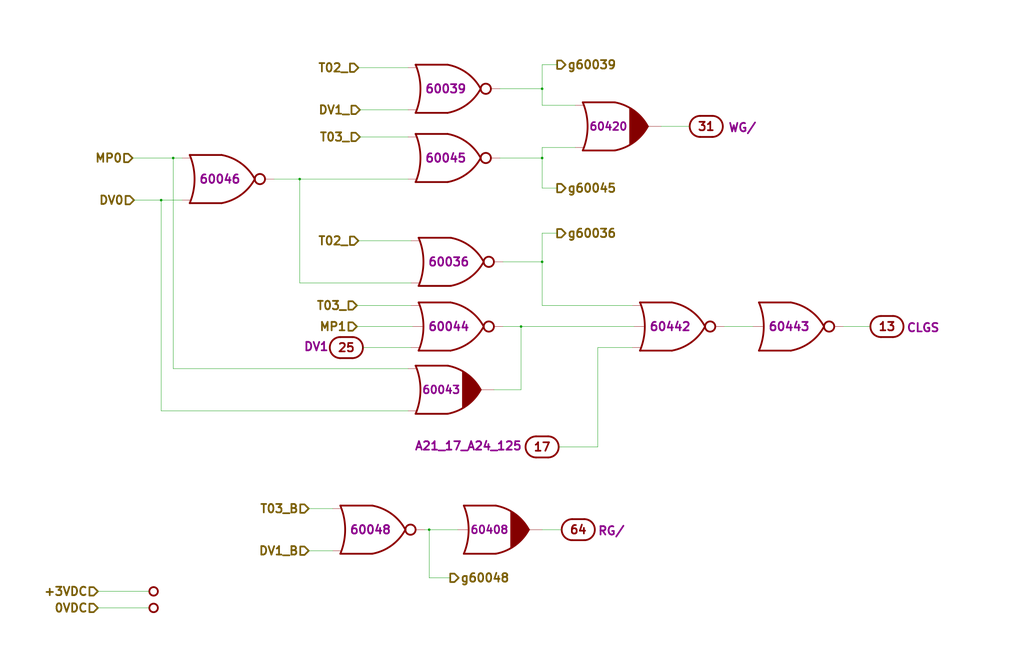
<source format=kicad_sch>
(kicad_sch (version 20211123) (generator eeschema)
  (paper "B")
  (title_block (title "BLOCK I LOGIC FLOW S, MODULE A21, DRAWING 1006556") (date "2018-11-25") (rev "Draft") (comment 1 "Modules A21"))
  (junction (at 228.6 66.675))
  (junction (at 180.975 223.52))
  (junction (at 67.945 84.455))
  (junction (at 73.025 66.675))
  (junction (at 126.365 75.565))
  (junction (at 228.6 110.49))
  (junction (at 228.6 37.465))
  (junction (at 219.71 137.795))
  (wire (pts (xy 228.6 223.52) (xy 236.855 223.52)))
  (wire (pts (xy 151.765 57.785) (xy 172.085 57.785)))
  (wire (pts (xy 180.975 223.52) (xy 193.04 223.52)))
  (wire (pts (xy 212.09 110.49) (xy 228.6 110.49)))
  (wire (pts (xy 267.335 137.795) (xy 219.71 137.795)))
  (wire (pts (xy 173.99 137.795) (xy 150.495 137.795)))
  (wire (pts (xy 41.275 249.555) (xy 62.865 249.555)))
  (wire (pts (xy 126.365 119.38) (xy 173.355 119.38)))
  (wire (pts (xy 140.335 232.41) (xy 130.175 232.41)))
  (wire (pts (xy 151.13 28.575) (xy 172.085 28.575)))
  (wire (pts (xy 115.57 75.565) (xy 126.365 75.565)))
  (wire (pts (xy 219.71 164.465) (xy 219.71 137.795)))
  (wire (pts (xy 140.335 214.63) (xy 130.175 214.63)))
  (wire (pts (xy 151.13 101.6) (xy 173.355 101.6)))
  (wire (pts (xy 228.6 79.375) (xy 228.6 66.675)))
  (wire (pts (xy 208.28 164.465) (xy 219.71 164.465)))
  (wire (pts (xy 210.82 66.675) (xy 228.6 66.675)))
  (wire (pts (xy 228.6 62.23) (xy 242.57 62.23)))
  (wire (pts (xy 67.945 84.455) (xy 56.515 84.455)))
  (wire (pts (xy 228.6 128.905) (xy 266.7 128.905)))
  (wire (pts (xy 228.6 110.49) (xy 228.6 128.905)))
  (wire (pts (xy 150.495 128.905) (xy 173.355 128.905)))
  (wire (pts (xy 219.71 137.795) (xy 212.09 137.795)))
  (wire (pts (xy 73.025 66.675) (xy 73.025 155.575)))
  (wire (pts (xy 266.7 146.685) (xy 252.095 146.685)))
  (wire (pts (xy 228.6 98.425) (xy 234.95 98.425)))
  (wire (pts (xy 67.945 84.455) (xy 67.945 173.355)))
  (wire (pts (xy 172.085 75.565) (xy 126.365 75.565)))
  (wire (pts (xy 41.275 256.54) (xy 62.865 256.54)))
  (wire (pts (xy 76.835 84.455) (xy 67.945 84.455)))
  (wire (pts (xy 179.07 223.52) (xy 180.975 223.52)))
  (wire (pts (xy 278.765 53.34) (xy 290.83 53.34)))
  (wire (pts (xy 228.6 37.465) (xy 228.6 44.45)))
  (wire (pts (xy 252.095 188.595) (xy 235.585 188.595)))
  (wire (pts (xy 234.95 27.305) (xy 228.6 27.305)))
  (wire (pts (xy 180.975 243.84) (xy 180.975 223.52)))
  (wire (pts (xy 73.025 155.575) (xy 172.085 155.575)))
  (wire (pts (xy 210.82 37.465) (xy 228.6 37.465)))
  (wire (pts (xy 252.095 146.685) (xy 252.095 188.595)))
  (wire (pts (xy 228.6 27.305) (xy 228.6 37.465)))
  (wire (pts (xy 317.5 137.795) (xy 305.435 137.795)))
  (wire (pts (xy 189.865 243.84) (xy 180.975 243.84)))
  (wire (pts (xy 67.945 173.355) (xy 172.085 173.355)))
  (wire (pts (xy 73.025 66.675) (xy 55.88 66.675)))
  (wire (pts (xy 234.95 79.375) (xy 228.6 79.375)))
  (wire (pts (xy 172.085 46.355) (xy 151.765 46.355)))
  (wire (pts (xy 173.355 146.685) (xy 153.035 146.685)))
  (wire (pts (xy 228.6 44.45) (xy 242.57 44.45)))
  (wire (pts (xy 126.365 75.565) (xy 126.365 119.38)))
  (wire (pts (xy 228.6 110.49) (xy 228.6 98.425)))
  (wire (pts (xy 76.835 66.675) (xy 73.025 66.675)))
  (wire (pts (xy 355.6 137.795) (xy 367.03 137.795)))
  (wire (pts (xy 228.6 66.675) (xy 228.6 62.23)))
  (hierarchical_label "DV1_" (shape input) (at 151.765 46.355 180) (effects (font (size 3.556 3.556) (thickness 0.7112) bold)))
  (hierarchical_label "0VDC" (shape input) (at 41.275 256.54 180) (effects (font (size 3.556 3.556) (thickness 0.7112) bold)))
  (hierarchical_label "g60045" (shape output) (at 234.95 79.375 0) (effects (font (size 3.556 3.556) (thickness 0.7112) bold)))
  (hierarchical_label "g60048" (shape output) (at 189.865 243.84 0) (effects (font (size 3.556 3.556) (thickness 0.7112) bold)))
  (hierarchical_label "+3VDC" (shape input) (at 41.275 249.555 180) (effects (font (size 3.556 3.556) (thickness 0.7112) bold)))
  (hierarchical_label "DV0" (shape input) (at 56.515 84.455 180) (effects (font (size 3.556 3.556) (thickness 0.7112) bold)))
  (hierarchical_label "T03_B" (shape input) (at 130.175 214.63 180) (effects (font (size 3.556 3.556) (thickness 0.7112) bold)))
  (hierarchical_label "g60039" (shape output) (at 234.95 27.305 0) (effects (font (size 3.556 3.556) (thickness 0.7112) bold)))
  (hierarchical_label "MP1" (shape input) (at 150.495 137.795 180) (effects (font (size 3.556 3.556) (thickness 0.7112) bold)))
  (hierarchical_label "MP0" (shape input) (at 55.88 66.675 180) (effects (font (size 3.556 3.556) (thickness 0.7112) bold)))
  (hierarchical_label "T02_" (shape input) (at 151.13 28.575 180) (effects (font (size 3.556 3.556) (thickness 0.7112) bold)))
  (hierarchical_label "g60036" (shape output) (at 234.95 98.425 0) (effects (font (size 3.556 3.556) (thickness 0.7112) bold)))
  (hierarchical_label "T03_" (shape input) (at 150.495 128.905 180) (effects (font (size 3.556 3.556) (thickness 0.7112) bold)))
  (hierarchical_label "T03_" (shape input) (at 151.765 57.785 180) (effects (font (size 3.556 3.556) (thickness 0.7112) bold)))
  (hierarchical_label "DV1_B" (shape input) (at 130.175 232.41 180) (effects (font (size 3.556 3.556) (thickness 0.7112) bold)))
  (hierarchical_label "T02_" (shape input) (at 151.13 101.6 180) (effects (font (size 3.556 3.556) (thickness 0.7112) bold)))
  (symbol (lib_id "AGC_DSKY:ConnectorGeneric") (at 243.84 223.52 180) (unit 64)
    (property "Reference" "J1" (effects hide))
    (property "Value" "ConnectorGeneric" (effects hide))
    (property "Caption" "RG/" (at 257.81 221.615 0) (effects (font (size 3.556 3.556) bold) (justify bottom)))
  )
  (symbol (lib_id "D3NOR-+3VDC-0VDC-nd1021041:D3NOR-+3VDC-0VDC-nd1021041-1_5-___") (at 189.23 110.49 0) (unit 1)
    (property "Reference" "U506" (effects hide))
    (property "Value" "D3NOR-+3VDC-0VDC-nd1021041-1_5-___" (effects hide))
    (property "Location" "60036" (at 189.23 110.49 0) (effects (font (size 3.556 3.556) bold)))
  )
  (symbol (lib_id "D3NOR-+3VDC-0VDC-nd1021041:D3NOR-+3VDC-0VDC-nd1021041-1_5-___") (at 187.96 37.465 0) (unit 1)
    (property "Reference" "U503" (effects hide))
    (property "Value" "D3NOR-+3VDC-0VDC-nd1021041-1_5-___" (effects hide))
    (property "Location" "60039" (at 187.96 37.465 0) (effects (font (size 3.556 3.556) bold)))
  )
  (symbol (lib_id "AGC_DSKY:ConnectorGeneric") (at 297.815 53.34 180) (unit 31)
    (property "Reference" "J1" (effects hide))
    (property "Value" "ConnectorGeneric" (effects hide))
    (property "Caption" "WG/" (at 313.055 51.435 0) (effects (font (size 3.556 3.556) bold) (justify bottom)))
  )
  (symbol (lib_id "D3NOR-NC-0VDC-expander-nd1021041:D3NOR-NC-0VDC-expander-nd1021041-_3_-___") (at 208.28 223.52 0) (mirror x) (unit 1)
    (property "Reference" "U508" (effects hide))
    (property "Value" "D3NOR-NC-0VDC-expander-nd1021041-_3_-___" (effects hide))
    (property "Location" "60408" (at 206.375 223.52 0) (effects (font (size 3.302 3.302) bold)))
  )
  (symbol (lib_id "D3NOR-NC-0VDC-expander-nd1021041:D3NOR-NC-0VDC-expander-nd1021041-1_5-___") (at 258.445 53.34 0) (unit 1)
    (property "Reference" "U509" (effects hide))
    (property "Value" "D3NOR-NC-0VDC-expander-nd1021041-1_5-___" (effects hide))
    (property "Location" "60420" (at 256.54 53.34 0) (effects (font (size 3.302 3.302) bold)))
  )
  (symbol (lib_id "AGC_DSKY:ConnectorGeneric") (at 374.015 137.795 180) (unit 13)
    (property "Reference" "J1" (effects hide))
    (property "Value" "ConnectorGeneric" (effects hide))
    (property "Caption" "CLGS" (at 389.255 135.89 0) (effects (font (size 3.556 3.556) bold) (justify bottom)))
  )
  (symbol (lib_id "D3NOR-+3VDC-0VDC-nd1021041:D3NOR-+3VDC-0VDC-nd1021041-_3_-___") (at 332.74 137.795 0) (mirror x) (unit 1)
    (property "Reference" "U511" (effects hide))
    (property "Value" "D3NOR-+3VDC-0VDC-nd1021041-_3_-___" (effects hide))
    (property "Location" "60443" (at 332.74 137.795 0) (effects (font (size 3.556 3.556) bold)))
  )
  (symbol (lib_id "D3NOR-+3VDC-0VDC-nd1021041:D3NOR-+3VDC-0VDC-nd1021041-135-___") (at 282.575 137.795 0) (unit 1)
    (property "Reference" "U510" (effects hide))
    (property "Value" "D3NOR-+3VDC-0VDC-nd1021041-135-___" (effects hide))
    (property "Location" "60442" (at 282.575 137.795 0) (effects (font (size 3.556 3.556) bold)))
  )
  (symbol (lib_id "D3NOR-+3VDC-0VDC-nd1021041:D3NOR-+3VDC-0VDC-nd1021041-1_5-___") (at 156.21 223.52 0) (unit 1)
    (property "Reference" "U502" (effects hide))
    (property "Value" "D3NOR-+3VDC-0VDC-nd1021041-1_5-___" (effects hide))
    (property "Location" "60048" (at 156.21 223.52 0) (effects (font (size 3.556 3.556) bold)))
  )
  (symbol (lib_id "AGC_DSKY:ConnectorGeneric") (at 228.6 188.595 0) (unit 17)
    (property "Reference" "J1" (effects hide))
    (property "Value" "ConnectorGeneric" (effects hide))
    (property "Caption" "A21_17_A24_125" (at 197.485 190.5 0) (effects (font (size 3.556 3.556) bold) (justify bottom)))
  )
  (symbol (lib_id "D3NOR-NC-0VDC-expander-nd1021041:D3NOR-NC-0VDC-expander-nd1021041-1_5-___") (at 187.96 164.465 0) (unit 1)
    (property "Reference" "U505" (effects hide))
    (property "Value" "D3NOR-NC-0VDC-expander-nd1021041-1_5-___" (effects hide))
    (property "Location" "60043" (at 186.055 164.465 0) (effects (font (size 3.302 3.302) bold)))
  )
  (symbol (lib_id "D3NOR-+3VDC-0VDC-nd1021041:D3NOR-+3VDC-0VDC-nd1021041-1_5-___") (at 187.96 66.675 0) (unit 1)
    (property "Reference" "U504" (effects hide))
    (property "Value" "D3NOR-+3VDC-0VDC-nd1021041-1_5-___" (effects hide))
    (property "Location" "60045" (at 187.96 66.675 0) (effects (font (size 3.556 3.556) bold)))
  )
  (symbol (lib_id "D3NOR-+3VDC-0VDC-nd1021041:D3NOR-+3VDC-0VDC-nd1021041-135-___") (at 189.23 137.795 0) (unit 1)
    (property "Reference" "U507" (effects hide))
    (property "Value" "D3NOR-+3VDC-0VDC-nd1021041-135-___" (effects hide))
    (property "Location" "60044" (at 189.23 137.795 0) (effects (font (size 3.556 3.556) bold)))
  )
  (symbol (lib_id "AGC_DSKY:ConnectorGeneric") (at 146.05 146.685 0) (unit 25)
    (property "Reference" "J1" (effects hide))
    (property "Value" "ConnectorGeneric" (effects hide))
    (property "Caption" "DV1" (at 133.35 148.59 0) (effects (font (size 3.556 3.556) bold) (justify bottom)))
  )
  (symbol (lib_id "AGC_DSKY:Node2") (at 64.77 249.555 180)
    (property "Reference" "N501" (effects hide))
    (property "Value" "Node2" (effects hide))
    (property "Caption" "+3VDC" (effects hide))
  )
  (symbol (lib_id "AGC_DSKY:Node2") (at 64.77 256.54 180)
    (property "Reference" "N502" (effects hide))
    (property "Value" "Node2" (effects hide))
    (property "Caption" "0VDC" (effects hide))
  )
  (symbol (lib_id "D3NOR-+3VDC-0VDC-nd1021041:D3NOR-+3VDC-0VDC-nd1021041-1_5-___") (at 92.71 75.565 0) (unit 1)
    (property "Reference" "U501" (effects hide))
    (property "Value" "D3NOR-+3VDC-0VDC-nd1021041-1_5-___" (effects hide))
    (property "Location" "60046" (at 92.71 75.565 0) (effects (font (size 3.556 3.556) bold)))
  )
)
</source>
